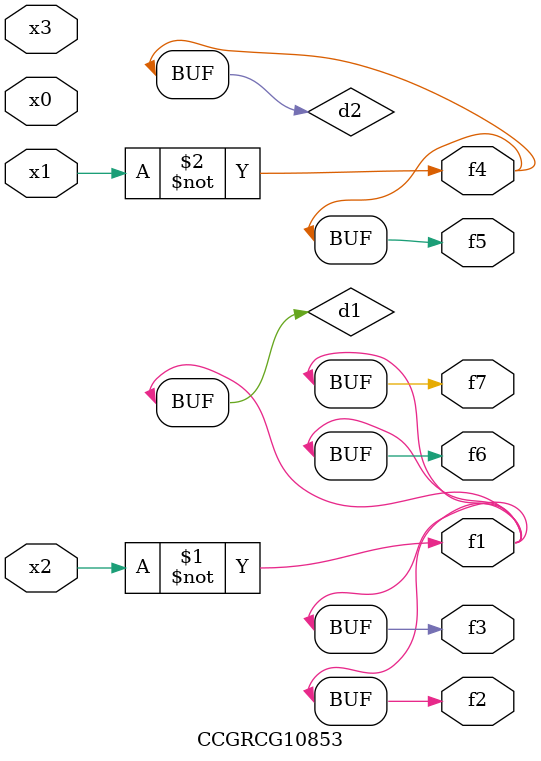
<source format=v>
module CCGRCG10853(
	input x0, x1, x2, x3,
	output f1, f2, f3, f4, f5, f6, f7
);

	wire d1, d2;

	xnor (d1, x2);
	not (d2, x1);
	assign f1 = d1;
	assign f2 = d1;
	assign f3 = d1;
	assign f4 = d2;
	assign f5 = d2;
	assign f6 = d1;
	assign f7 = d1;
endmodule

</source>
